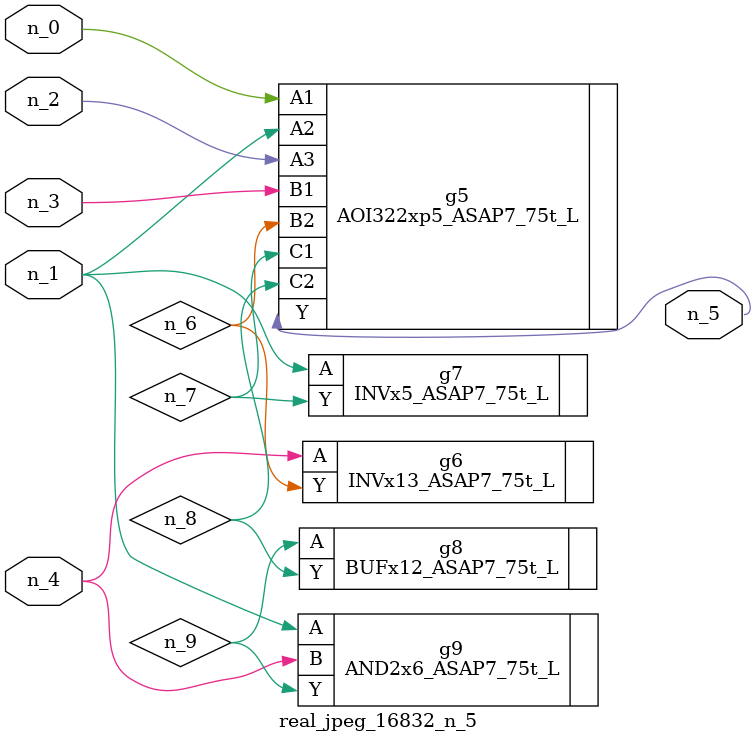
<source format=v>
module real_jpeg_16832_n_5 (n_4, n_0, n_1, n_2, n_3, n_5);

input n_4;
input n_0;
input n_1;
input n_2;
input n_3;

output n_5;

wire n_8;
wire n_6;
wire n_7;
wire n_9;

AOI322xp5_ASAP7_75t_L g5 ( 
.A1(n_0),
.A2(n_1),
.A3(n_2),
.B1(n_3),
.B2(n_6),
.C1(n_7),
.C2(n_8),
.Y(n_5)
);

INVx5_ASAP7_75t_L g7 ( 
.A(n_1),
.Y(n_7)
);

AND2x6_ASAP7_75t_L g9 ( 
.A(n_1),
.B(n_4),
.Y(n_9)
);

INVx13_ASAP7_75t_L g6 ( 
.A(n_4),
.Y(n_6)
);

BUFx12_ASAP7_75t_L g8 ( 
.A(n_9),
.Y(n_8)
);


endmodule
</source>
